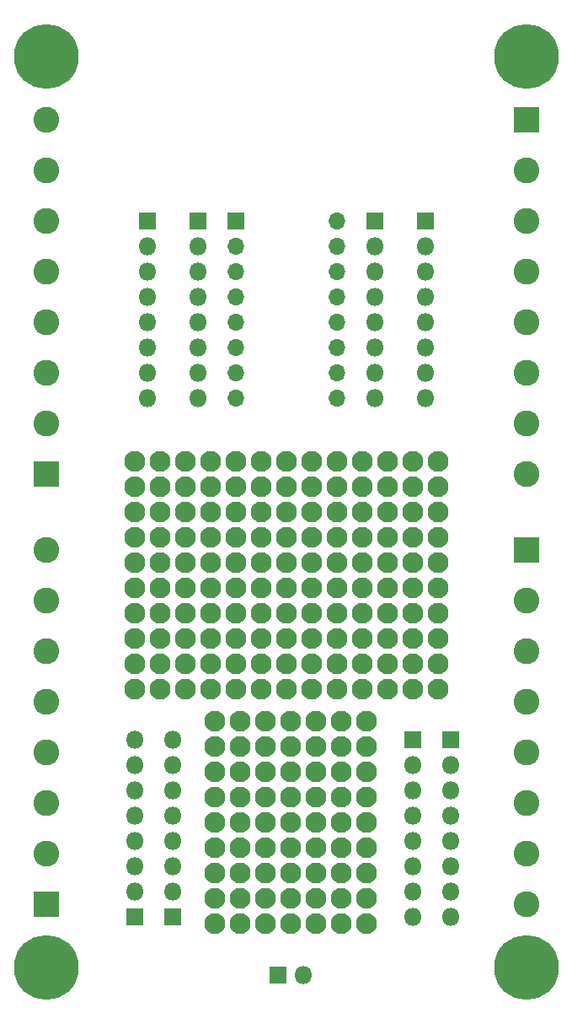
<source format=gbr>
%TF.GenerationSoftware,KiCad,Pcbnew,(5.1.6)-1*%
%TF.CreationDate,2021-07-16T15:38:45-04:00*%
%TF.ProjectId,ProbeMaster,50726f62-654d-4617-9374-65722e6b6963,rev?*%
%TF.SameCoordinates,Original*%
%TF.FileFunction,Soldermask,Bot*%
%TF.FilePolarity,Negative*%
%FSLAX46Y46*%
G04 Gerber Fmt 4.6, Leading zero omitted, Abs format (unit mm)*
G04 Created by KiCad (PCBNEW (5.1.6)-1) date 2021-07-16 15:38:45*
%MOMM*%
%LPD*%
G01*
G04 APERTURE LIST*
%ADD10C,2.100000*%
%ADD11R,2.600000X2.600000*%
%ADD12C,2.600000*%
%ADD13C,6.500000*%
%ADD14C,0.900000*%
%ADD15O,1.800000X1.800000*%
%ADD16R,1.800000X1.800000*%
%ADD17R,1.700000X1.700000*%
%ADD18O,1.700000X1.700000*%
G04 APERTURE END LIST*
D10*
%TO.C,*%
X199840000Y-136620000D03*
%TD*%
%TO.C,*%
X197300000Y-136620000D03*
%TD*%
%TO.C,*%
X194760000Y-136620000D03*
%TD*%
%TO.C,*%
X192220000Y-136620000D03*
%TD*%
%TO.C,*%
X189680000Y-136620000D03*
%TD*%
%TO.C,*%
X187140000Y-136620000D03*
%TD*%
%TO.C,*%
X184600000Y-136620000D03*
%TD*%
%TO.C,*%
X199840000Y-134080000D03*
%TD*%
%TO.C,*%
X197300000Y-134080000D03*
%TD*%
%TO.C,*%
X194760000Y-134080000D03*
%TD*%
%TO.C,*%
X192220000Y-134080000D03*
%TD*%
%TO.C,*%
X189680000Y-134080000D03*
%TD*%
%TO.C,*%
X187140000Y-134080000D03*
%TD*%
%TO.C,*%
X184600000Y-134080000D03*
%TD*%
%TO.C,*%
X199840000Y-131540000D03*
%TD*%
%TO.C,*%
X197300000Y-131540000D03*
%TD*%
%TO.C,*%
X194760000Y-131540000D03*
%TD*%
%TO.C,*%
X192220000Y-131540000D03*
%TD*%
%TO.C,*%
X189680000Y-131540000D03*
%TD*%
%TO.C,*%
X187140000Y-131540000D03*
%TD*%
%TO.C,*%
X184600000Y-131540000D03*
%TD*%
%TO.C,*%
X199840000Y-129000000D03*
%TD*%
%TO.C,*%
X197300000Y-129000000D03*
%TD*%
%TO.C,*%
X194760000Y-129000000D03*
%TD*%
%TO.C,*%
X192220000Y-129000000D03*
%TD*%
%TO.C,*%
X189680000Y-129000000D03*
%TD*%
%TO.C,*%
X187140000Y-129000000D03*
%TD*%
%TO.C,*%
X184600000Y-129000000D03*
%TD*%
%TO.C,*%
X199840000Y-126460000D03*
%TD*%
%TO.C,*%
X197300000Y-126460000D03*
%TD*%
%TO.C,*%
X194760000Y-126460000D03*
%TD*%
%TO.C,*%
X192220000Y-126460000D03*
%TD*%
%TO.C,*%
X189680000Y-126460000D03*
%TD*%
%TO.C,*%
X187140000Y-126460000D03*
%TD*%
%TO.C,*%
X184600000Y-126460000D03*
%TD*%
%TO.C,*%
X199840000Y-123920000D03*
%TD*%
%TO.C,*%
X197300000Y-123920000D03*
%TD*%
%TO.C,*%
X194760000Y-123920000D03*
%TD*%
%TO.C,*%
X192220000Y-123920000D03*
%TD*%
%TO.C,*%
X189680000Y-123920000D03*
%TD*%
%TO.C,*%
X187140000Y-123920000D03*
%TD*%
%TO.C,*%
X184600000Y-123920000D03*
%TD*%
%TO.C,*%
X199840000Y-121380000D03*
%TD*%
%TO.C,*%
X197300000Y-121380000D03*
%TD*%
%TO.C,*%
X194760000Y-121380000D03*
%TD*%
%TO.C,*%
X192220000Y-121380000D03*
%TD*%
%TO.C,*%
X189680000Y-121380000D03*
%TD*%
%TO.C,*%
X187140000Y-121380000D03*
%TD*%
%TO.C,*%
X184600000Y-121380000D03*
%TD*%
%TO.C,*%
X199840000Y-118840000D03*
%TD*%
%TO.C,*%
X197300000Y-118840000D03*
%TD*%
%TO.C,*%
X194760000Y-118840000D03*
%TD*%
%TO.C,*%
X192220000Y-118840000D03*
%TD*%
%TO.C,*%
X189680000Y-118840000D03*
%TD*%
%TO.C,*%
X187140000Y-118840000D03*
%TD*%
%TO.C,*%
X184600000Y-118840000D03*
%TD*%
%TO.C,*%
X199840000Y-116300000D03*
%TD*%
%TO.C,*%
X197300000Y-116300000D03*
%TD*%
%TO.C,*%
X194760000Y-116300000D03*
%TD*%
%TO.C,*%
X192220000Y-116300000D03*
%TD*%
%TO.C,*%
X189680000Y-116300000D03*
%TD*%
%TO.C,*%
X187140000Y-116300000D03*
%TD*%
%TO.C,*%
X184600000Y-116300000D03*
%TD*%
D11*
%TO.C,J5*%
X215900000Y-55880000D03*
D12*
X215900000Y-60960000D03*
X215900000Y-66040000D03*
X215900000Y-71120000D03*
X215900000Y-76200000D03*
X215900000Y-81280000D03*
X215900000Y-86360000D03*
X215900000Y-91440000D03*
%TD*%
D13*
%TO.C,REF\u002A\u002A*%
X167640000Y-140970000D03*
D14*
X170040000Y-140970000D03*
X169337056Y-142667056D03*
X167640000Y-143370000D03*
X165942944Y-142667056D03*
X165240000Y-140970000D03*
X165942944Y-139272944D03*
X167640000Y-138570000D03*
X169337056Y-139272944D03*
%TD*%
%TO.C,REF\u002A\u002A*%
X217597056Y-139272944D03*
X215900000Y-138570000D03*
X214202944Y-139272944D03*
X213500000Y-140970000D03*
X214202944Y-142667056D03*
X215900000Y-143370000D03*
X217597056Y-142667056D03*
X218300000Y-140970000D03*
D13*
X215900000Y-140970000D03*
%TD*%
%TO.C,REF\u002A\u002A*%
X215900000Y-49530000D03*
D14*
X218300000Y-49530000D03*
X217597056Y-51227056D03*
X215900000Y-51930000D03*
X214202944Y-51227056D03*
X213500000Y-49530000D03*
X214202944Y-47832944D03*
X215900000Y-47130000D03*
X217597056Y-47832944D03*
%TD*%
%TO.C,REF\u002A\u002A*%
X169337056Y-47832944D03*
X167640000Y-47130000D03*
X165942944Y-47832944D03*
X165240000Y-49530000D03*
X165942944Y-51227056D03*
X167640000Y-51930000D03*
X169337056Y-51227056D03*
X170040000Y-49530000D03*
D13*
X167640000Y-49530000D03*
%TD*%
D10*
%TO.C,*%
X207010000Y-113030000D03*
%TD*%
%TO.C,*%
X204470000Y-113030000D03*
%TD*%
%TO.C,*%
X201930000Y-113030000D03*
%TD*%
%TO.C,*%
X199390000Y-113030000D03*
%TD*%
%TO.C,*%
X196850000Y-113030000D03*
%TD*%
%TO.C,*%
X194310000Y-113030000D03*
%TD*%
%TO.C,*%
X191770000Y-113030000D03*
%TD*%
%TO.C,*%
X189230000Y-113030000D03*
%TD*%
%TO.C,*%
X186690000Y-113030000D03*
%TD*%
%TO.C,*%
X184150000Y-113030000D03*
%TD*%
%TO.C,*%
X181610000Y-113030000D03*
%TD*%
%TO.C,*%
X179070000Y-113030000D03*
%TD*%
%TO.C,*%
X176530000Y-113030000D03*
%TD*%
%TO.C,*%
X207010000Y-110490000D03*
%TD*%
%TO.C,*%
X204470000Y-110490000D03*
%TD*%
%TO.C,*%
X201930000Y-110490000D03*
%TD*%
%TO.C,*%
X199390000Y-110490000D03*
%TD*%
%TO.C,*%
X196850000Y-110490000D03*
%TD*%
%TO.C,*%
X194310000Y-110490000D03*
%TD*%
%TO.C,*%
X191770000Y-110490000D03*
%TD*%
%TO.C,*%
X189230000Y-110490000D03*
%TD*%
%TO.C,*%
X186690000Y-110490000D03*
%TD*%
%TO.C,*%
X184150000Y-110490000D03*
%TD*%
%TO.C,*%
X181610000Y-110490000D03*
%TD*%
%TO.C,*%
X179070000Y-110490000D03*
%TD*%
%TO.C,*%
X176530000Y-110490000D03*
%TD*%
%TO.C,*%
X207010000Y-107950000D03*
%TD*%
%TO.C,*%
X204470000Y-107950000D03*
%TD*%
%TO.C,*%
X201930000Y-107950000D03*
%TD*%
%TO.C,*%
X199390000Y-107950000D03*
%TD*%
%TO.C,*%
X196850000Y-107950000D03*
%TD*%
%TO.C,*%
X194310000Y-107950000D03*
%TD*%
%TO.C,*%
X191770000Y-107950000D03*
%TD*%
%TO.C,*%
X189230000Y-107950000D03*
%TD*%
%TO.C,*%
X186690000Y-107950000D03*
%TD*%
%TO.C,*%
X184150000Y-107950000D03*
%TD*%
%TO.C,*%
X181610000Y-107950000D03*
%TD*%
%TO.C,*%
X179070000Y-107950000D03*
%TD*%
%TO.C,*%
X176530000Y-107950000D03*
%TD*%
%TO.C,*%
X207010000Y-105410000D03*
%TD*%
%TO.C,*%
X204470000Y-105410000D03*
%TD*%
%TO.C,*%
X201930000Y-105410000D03*
%TD*%
%TO.C,*%
X199390000Y-105410000D03*
%TD*%
%TO.C,*%
X196850000Y-105410000D03*
%TD*%
%TO.C,*%
X194310000Y-105410000D03*
%TD*%
%TO.C,*%
X191770000Y-105410000D03*
%TD*%
%TO.C,*%
X189230000Y-105410000D03*
%TD*%
%TO.C,*%
X186690000Y-105410000D03*
%TD*%
%TO.C,*%
X184150000Y-105410000D03*
%TD*%
%TO.C,*%
X181610000Y-105410000D03*
%TD*%
%TO.C,*%
X179070000Y-105410000D03*
%TD*%
%TO.C,*%
X176530000Y-105410000D03*
%TD*%
%TO.C,*%
X207010000Y-102870000D03*
%TD*%
%TO.C,*%
X204470000Y-102870000D03*
%TD*%
%TO.C,*%
X201930000Y-102870000D03*
%TD*%
%TO.C,*%
X199390000Y-102870000D03*
%TD*%
%TO.C,*%
X196850000Y-102870000D03*
%TD*%
%TO.C,*%
X194310000Y-102870000D03*
%TD*%
%TO.C,*%
X191770000Y-102870000D03*
%TD*%
%TO.C,*%
X189230000Y-102870000D03*
%TD*%
%TO.C,*%
X186690000Y-102870000D03*
%TD*%
%TO.C,*%
X184150000Y-102870000D03*
%TD*%
%TO.C,*%
X181610000Y-102870000D03*
%TD*%
%TO.C,*%
X179070000Y-102870000D03*
%TD*%
%TO.C,*%
X176530000Y-102870000D03*
%TD*%
%TO.C,*%
X207010000Y-100330000D03*
%TD*%
%TO.C,*%
X204470000Y-100330000D03*
%TD*%
%TO.C,*%
X201930000Y-100330000D03*
%TD*%
%TO.C,*%
X199390000Y-100330000D03*
%TD*%
%TO.C,*%
X196850000Y-100330000D03*
%TD*%
%TO.C,*%
X194310000Y-100330000D03*
%TD*%
%TO.C,*%
X191770000Y-100330000D03*
%TD*%
%TO.C,*%
X189230000Y-100330000D03*
%TD*%
%TO.C,*%
X186690000Y-100330000D03*
%TD*%
%TO.C,*%
X184150000Y-100330000D03*
%TD*%
%TO.C,*%
X181610000Y-100330000D03*
%TD*%
%TO.C,*%
X179070000Y-100330000D03*
%TD*%
%TO.C,*%
X176530000Y-100330000D03*
%TD*%
%TO.C,*%
X207010000Y-97790000D03*
%TD*%
%TO.C,*%
X204470000Y-97790000D03*
%TD*%
%TO.C,*%
X201930000Y-97790000D03*
%TD*%
%TO.C,*%
X199390000Y-97790000D03*
%TD*%
%TO.C,*%
X196850000Y-97790000D03*
%TD*%
%TO.C,*%
X194310000Y-97790000D03*
%TD*%
%TO.C,*%
X191770000Y-97790000D03*
%TD*%
%TO.C,*%
X189230000Y-97790000D03*
%TD*%
%TO.C,*%
X186690000Y-97790000D03*
%TD*%
%TO.C,*%
X184150000Y-97790000D03*
%TD*%
%TO.C,*%
X181610000Y-97790000D03*
%TD*%
%TO.C,*%
X179070000Y-97790000D03*
%TD*%
%TO.C,*%
X176530000Y-97790000D03*
%TD*%
%TO.C,*%
X207010000Y-95250000D03*
%TD*%
%TO.C,*%
X204470000Y-95250000D03*
%TD*%
%TO.C,*%
X201930000Y-95250000D03*
%TD*%
%TO.C,*%
X199390000Y-95250000D03*
%TD*%
%TO.C,*%
X196850000Y-95250000D03*
%TD*%
%TO.C,*%
X194310000Y-95250000D03*
%TD*%
%TO.C,*%
X191770000Y-95250000D03*
%TD*%
%TO.C,*%
X189230000Y-95250000D03*
%TD*%
%TO.C,*%
X186690000Y-95250000D03*
%TD*%
%TO.C,*%
X184150000Y-95250000D03*
%TD*%
%TO.C,*%
X181610000Y-95250000D03*
%TD*%
%TO.C,*%
X179070000Y-95250000D03*
%TD*%
%TO.C,*%
X176530000Y-95250000D03*
%TD*%
%TO.C,*%
X207010000Y-92710000D03*
%TD*%
%TO.C,*%
X204470000Y-92710000D03*
%TD*%
%TO.C,*%
X201930000Y-92710000D03*
%TD*%
%TO.C,*%
X199390000Y-92710000D03*
%TD*%
%TO.C,*%
X196850000Y-92710000D03*
%TD*%
%TO.C,*%
X194310000Y-92710000D03*
%TD*%
%TO.C,*%
X191770000Y-92710000D03*
%TD*%
%TO.C,*%
X189230000Y-92710000D03*
%TD*%
%TO.C,*%
X186690000Y-92710000D03*
%TD*%
%TO.C,*%
X184150000Y-92710000D03*
%TD*%
%TO.C,*%
X181610000Y-92710000D03*
%TD*%
%TO.C,*%
X179070000Y-92710000D03*
%TD*%
%TO.C,*%
X176530000Y-92710000D03*
%TD*%
%TO.C,*%
X207010000Y-90170000D03*
%TD*%
%TO.C,*%
X204470000Y-90170000D03*
%TD*%
%TO.C,*%
X201930000Y-90170000D03*
%TD*%
%TO.C,*%
X199390000Y-90170000D03*
%TD*%
%TO.C,*%
X196850000Y-90170000D03*
%TD*%
%TO.C,*%
X194310000Y-90170000D03*
%TD*%
%TO.C,*%
X191770000Y-90170000D03*
%TD*%
%TO.C,*%
X189230000Y-90170000D03*
%TD*%
%TO.C,*%
X186690000Y-90170000D03*
%TD*%
%TO.C,*%
X184150000Y-90170000D03*
%TD*%
%TO.C,*%
X181610000Y-90170000D03*
%TD*%
%TO.C,*%
X179070000Y-90170000D03*
%TD*%
%TO.C,*%
X176530000Y-90170000D03*
%TD*%
D15*
%TO.C,J1*%
X182880000Y-83820000D03*
X182880000Y-81280000D03*
X182880000Y-78740000D03*
X182880000Y-76200000D03*
X182880000Y-73660000D03*
X182880000Y-71120000D03*
X182880000Y-68580000D03*
D16*
X182880000Y-66040000D03*
%TD*%
%TO.C,J2*%
X177800000Y-66040000D03*
D15*
X177800000Y-68580000D03*
X177800000Y-71120000D03*
X177800000Y-73660000D03*
X177800000Y-76200000D03*
X177800000Y-78740000D03*
X177800000Y-81280000D03*
X177800000Y-83820000D03*
%TD*%
%TO.C,J3*%
X200660000Y-83820000D03*
X200660000Y-81280000D03*
X200660000Y-78740000D03*
X200660000Y-76200000D03*
X200660000Y-73660000D03*
X200660000Y-71120000D03*
X200660000Y-68580000D03*
D16*
X200660000Y-66040000D03*
%TD*%
%TO.C,J4*%
X205740000Y-66040000D03*
D15*
X205740000Y-68580000D03*
X205740000Y-71120000D03*
X205740000Y-73660000D03*
X205740000Y-76200000D03*
X205740000Y-78740000D03*
X205740000Y-81280000D03*
X205740000Y-83820000D03*
%TD*%
D11*
%TO.C,J6*%
X215900000Y-99060000D03*
D12*
X215900000Y-104140000D03*
X215900000Y-109220000D03*
X215900000Y-114300000D03*
X215900000Y-119380000D03*
X215900000Y-124460000D03*
X215900000Y-129540000D03*
X215900000Y-134620000D03*
%TD*%
%TO.C,J7*%
X167640000Y-55880000D03*
X167640000Y-60960000D03*
X167640000Y-66040000D03*
X167640000Y-71120000D03*
X167640000Y-76200000D03*
X167640000Y-81280000D03*
X167640000Y-86360000D03*
D11*
X167640000Y-91440000D03*
%TD*%
D15*
%TO.C,J8*%
X208280000Y-135890000D03*
X208280000Y-133350000D03*
X208280000Y-130810000D03*
X208280000Y-128270000D03*
X208280000Y-125730000D03*
X208280000Y-123190000D03*
X208280000Y-120650000D03*
D16*
X208280000Y-118110000D03*
%TD*%
%TO.C,J9*%
X204470000Y-118110000D03*
D15*
X204470000Y-120650000D03*
X204470000Y-123190000D03*
X204470000Y-125730000D03*
X204470000Y-128270000D03*
X204470000Y-130810000D03*
X204470000Y-133350000D03*
X204470000Y-135890000D03*
%TD*%
D16*
%TO.C,J10*%
X180340000Y-135890000D03*
D15*
X180340000Y-133350000D03*
X180340000Y-130810000D03*
X180340000Y-128270000D03*
X180340000Y-125730000D03*
X180340000Y-123190000D03*
X180340000Y-120650000D03*
X180340000Y-118110000D03*
%TD*%
%TO.C,J11*%
X176530000Y-118110000D03*
X176530000Y-120650000D03*
X176530000Y-123190000D03*
X176530000Y-125730000D03*
X176530000Y-128270000D03*
X176530000Y-130810000D03*
X176530000Y-133350000D03*
D16*
X176530000Y-135890000D03*
%TD*%
D12*
%TO.C,J12*%
X167640000Y-99060000D03*
X167640000Y-104140000D03*
X167640000Y-109220000D03*
X167640000Y-114300000D03*
X167640000Y-119380000D03*
X167640000Y-124460000D03*
X167640000Y-129540000D03*
D11*
X167640000Y-134620000D03*
%TD*%
D17*
%TO.C,SW1*%
X186740800Y-66040000D03*
D18*
X196900800Y-83820000D03*
X186740800Y-68580000D03*
X196900800Y-81280000D03*
X186740800Y-71120000D03*
X196900800Y-78740000D03*
X186740800Y-73660000D03*
X196900800Y-76200000D03*
X186740800Y-76200000D03*
X196900800Y-73660000D03*
X186740800Y-78740000D03*
X196900800Y-71120000D03*
X186740800Y-81280000D03*
X196900800Y-68580000D03*
X186740800Y-83820000D03*
X196900800Y-66040000D03*
%TD*%
D16*
%TO.C,GND*%
X191000000Y-141730000D03*
D15*
X193540000Y-141730000D03*
%TD*%
M02*

</source>
